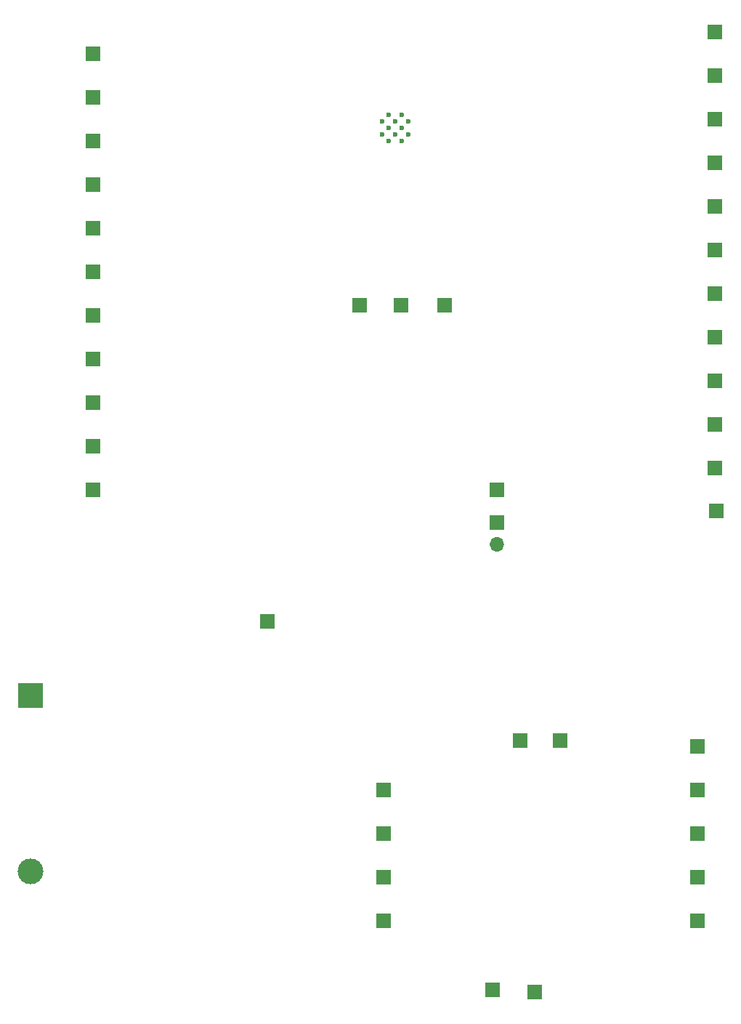
<source format=gbr>
%TF.GenerationSoftware,KiCad,Pcbnew,7.0.5*%
%TF.CreationDate,2023-06-26T00:24:40-05:00*%
%TF.ProjectId,PCB GPS,50434220-4750-4532-9e6b-696361645f70,rev?*%
%TF.SameCoordinates,Original*%
%TF.FileFunction,Copper,L2,Bot*%
%TF.FilePolarity,Positive*%
%FSLAX46Y46*%
G04 Gerber Fmt 4.6, Leading zero omitted, Abs format (unit mm)*
G04 Created by KiCad (PCBNEW 7.0.5) date 2023-06-26 00:24:40*
%MOMM*%
%LPD*%
G01*
G04 APERTURE LIST*
%TA.AperFunction,HeatsinkPad*%
%ADD10C,0.600000*%
%TD*%
%TA.AperFunction,ComponentPad*%
%ADD11R,1.700000X1.700000*%
%TD*%
%TA.AperFunction,ComponentPad*%
%ADD12O,1.700000X1.700000*%
%TD*%
%TA.AperFunction,ComponentPad*%
%ADD13C,3.000000*%
%TD*%
%TA.AperFunction,ComponentPad*%
%ADD14R,3.000000X3.000000*%
%TD*%
G04 APERTURE END LIST*
D10*
%TO.P,U3,39,GND*%
%TO.N,Net-(J12-Pin_1)*%
X131400000Y-46542500D03*
X132925000Y-48067500D03*
X130637500Y-47305000D03*
X132162500Y-47305000D03*
X131400000Y-48067500D03*
X132925000Y-46542500D03*
X130637500Y-45780000D03*
X130637500Y-48830000D03*
X129875000Y-48067500D03*
X132162500Y-45780000D03*
X132162500Y-48830000D03*
X129875000Y-46542500D03*
%TD*%
D11*
%TO.P,J42,1,Pin_1*%
%TO.N,Net-(J42-Pin_1)*%
X96150000Y-53910000D03*
%TD*%
%TO.P,J41,1,Pin_1*%
%TO.N,Net-(J41-Pin_1)*%
X96150000Y-48830000D03*
%TD*%
%TO.P,J40,1,Pin_1*%
%TO.N,Net-(J40-Pin_1)*%
X96150000Y-64070000D03*
%TD*%
%TO.P,J39,1,Pin_1*%
%TO.N,Net-(J39-Pin_1)*%
X96150000Y-58990000D03*
%TD*%
%TO.P,J38,1,Pin_1*%
%TO.N,Net-(J38-Pin_1)*%
X96150000Y-79310000D03*
%TD*%
%TO.P,J37,1,Pin_1*%
%TO.N,Net-(J37-Pin_1)*%
X96150000Y-74230000D03*
%TD*%
%TO.P,J36,1,Pin_1*%
%TO.N,Net-(J36-Pin_1)*%
X96150000Y-69150000D03*
%TD*%
%TO.P,J35,1,Pin_1*%
%TO.N,Net-(J35-Pin_1)*%
X168680000Y-36130000D03*
%TD*%
%TO.P,J34,1,Pin_1*%
%TO.N,Net-(J34-Pin_1)*%
X168680000Y-41210000D03*
%TD*%
%TO.P,J33,1,Pin_1*%
%TO.N,Net-(J33-Pin_1)*%
X168680000Y-56450000D03*
%TD*%
%TO.P,J32,1,Pin_1*%
%TO.N,Net-(J32-Pin_1)*%
X168680000Y-61530000D03*
%TD*%
%TO.P,J31,1,Pin_1*%
%TO.N,Net-(J31-Pin_1)*%
X168680000Y-66610000D03*
%TD*%
%TO.P,J30,1,Pin_1*%
%TO.N,Net-(J30-Pin_1)*%
X168680000Y-76770000D03*
%TD*%
%TO.P,J29,1,Pin_1*%
%TO.N,Net-(J29-Pin_1)*%
X168680000Y-81850000D03*
%TD*%
%TO.P,J28,1,Pin_1*%
%TO.N,Net-(J28-Pin_1)*%
X132080000Y-67994580D03*
%TD*%
%TO.P,J27,1,Pin_1*%
%TO.N,Net-(J27-Pin_1)*%
X96150000Y-84390000D03*
%TD*%
%TO.P,J26,1,Pin_1*%
%TO.N,Net-(J26-Pin_1)*%
X127285000Y-67994580D03*
%TD*%
%TO.P,J25,1,Pin_1*%
%TO.N,Net-(J25-Pin_1)*%
X96150000Y-89470000D03*
%TD*%
%TO.P,J24,1,Pin_1*%
%TO.N,Net-(J24-Pin_1)*%
X168680000Y-71690000D03*
%TD*%
%TO.P,J23,1,Pin_1*%
%TO.N,Net-(J23-Pin_1)*%
X168680000Y-86930000D03*
%TD*%
%TO.P,J22,1,Pin_1*%
%TO.N,Net-(J22-Pin_1)*%
X168680000Y-51370000D03*
%TD*%
%TO.P,J21,1,Pin_1*%
%TO.N,Net-(J21-Pin_1)*%
X137160000Y-67994580D03*
%TD*%
%TO.P,J20,1,Pin_1*%
%TO.N,Net-(J20-Pin_1)*%
X168680000Y-46290000D03*
%TD*%
%TO.P,J19,1,Pin_1*%
%TO.N,Net-(J19-Pin_1)*%
X168802500Y-91910000D03*
%TD*%
%TO.P,J18,1,Pin_1*%
%TO.N,Net-(J18-Pin_1)*%
X166600000Y-124460000D03*
%TD*%
%TO.P,J17,1,Pin_1*%
%TO.N,Net-(J17-Pin_1)*%
X166600000Y-129540000D03*
%TD*%
%TO.P,J16,1,Pin_1*%
%TO.N,Net-(J16-Pin_1)*%
X166600000Y-134620000D03*
%TD*%
%TO.P,J15,1,Pin_1*%
%TO.N,Net-(J15-Pin_1)*%
X166600000Y-139700000D03*
%TD*%
%TO.P,J14,1,Pin_1*%
%TO.N,Net-(J14-Pin_1)*%
X130060000Y-129540000D03*
%TD*%
%TO.P,J13,1,Pin_1*%
%TO.N,Net-(J13-Pin_1)*%
X96150000Y-43750000D03*
%TD*%
%TO.P,J12,1,Pin_1*%
%TO.N,Net-(J12-Pin_1)*%
X96150000Y-38670000D03*
%TD*%
%TO.P,J11,1,Pin_1*%
%TO.N,Net-(J11-Pin_1)*%
X116470000Y-104770000D03*
%TD*%
D12*
%TO.P,J10,2,Pin_2*%
%TO.N,Net-(J10-Pin_2)*%
X143280000Y-95815000D03*
D11*
%TO.P,J10,1,Pin_1*%
%TO.N,Net-(J10-Pin_1)*%
X143280000Y-93275000D03*
%TD*%
%TO.P,J9,1,Pin_1*%
%TO.N,Net-(J9-Pin_1)*%
X143280000Y-89470000D03*
%TD*%
%TO.P,J8,1,Pin_1*%
%TO.N,Net-(J8-Pin_1)*%
X147655000Y-148025000D03*
%TD*%
%TO.P,J7,1,Pin_1*%
%TO.N,Net-(J7-Pin_1)*%
X130060000Y-124460000D03*
%TD*%
%TO.P,J6,1,Pin_1*%
%TO.N,Net-(J6-Pin_1)*%
X166600000Y-119380000D03*
%TD*%
%TO.P,J5,1,Pin_1*%
%TO.N,Net-(J5-Pin_1)*%
X150655000Y-118675000D03*
%TD*%
%TO.P,J4,1,Pin_1*%
%TO.N,Net-(J4-Pin_1)*%
X146005000Y-118675000D03*
%TD*%
%TO.P,J3,1,Pin_1*%
%TO.N,Net-(J3-Pin_1)*%
X130060000Y-134620000D03*
%TD*%
%TO.P,J2,1,Pin_1*%
%TO.N,Net-(J2-Pin_1)*%
X142777500Y-147767500D03*
%TD*%
%TO.P,J1,1,Pin_1*%
%TO.N,Net-(J1-Pin_1)*%
X130060000Y-139700000D03*
%TD*%
D13*
%TO.P,BT1,2,-*%
%TO.N,unconnected-(BT1---Pad2)*%
X88900001Y-133915000D03*
D14*
%TO.P,BT1,1,+*%
%TO.N,unconnected-(BT1-+-Pad1)*%
X88900001Y-113425000D03*
%TD*%
M02*

</source>
